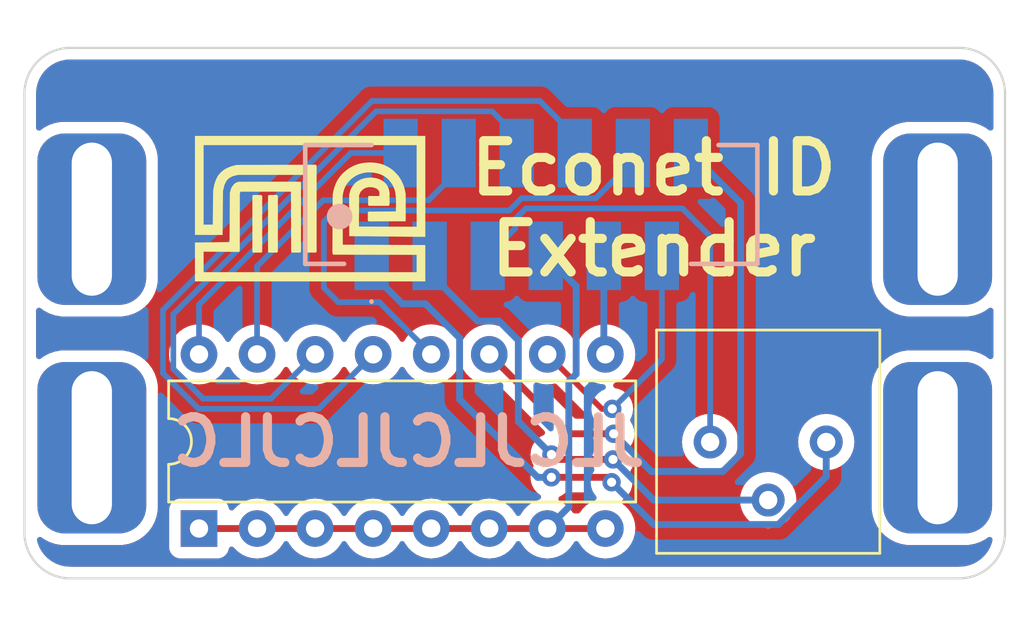
<source format=kicad_pcb>
(kicad_pcb (version 20211014) (generator pcbnew)
  (layers (0 "F.Cu" signal) (31 "B.Cu" signal) (34 "B.Paste" user) (35 "F.Paste" user) (36 "B.SilkS" user "B.Silkscreen") (37 "F.SilkS" user "F.Silkscreen") (38 "B.Mask" user) (39 "F.Mask" user) (44 "Edge.Cuts" user))
  (net 0 "")
  (net 1 "/E_AUD1")
  (net 2 "/E_AUD2")
  (net 3 "/E_AUD3")
  (net 4 "/E_GND")
  (net 5 "/E_SID_7")
  (net 6 "/E_SID_6")
  (net 7 "/E_SID_5")
  (net 8 "/E_SID_4")
  (net 9 "/E_SID_3")
  (net 10 "/E_SID_2")
  (net 11 "/E_SID_1")
  (net 12 "/E_SID_0")
  (footprint "" (layer "F.Cu") (at 166.567889 101.53)
    (fp_text reference "" (at 0 0) (layer "F.SilkS") (effects (font (size 1.27 1.27))))
    (fp_text value "" (at 0 0) (layer "F.SilkS") (effects (font (size 1.27 1.27))))
    (pad "" thru_hole roundrect (at 0.2 0) (size 4.762 7.5) (drill oval 1.762 6.7) (layers F&B.Cu *.Mask))
  )
  (footprint "" (layer "F.Cu") (at 129.757889 101.49)
    (fp_text reference "" (at 0 0) (layer "F.SilkS") (effects (font (size 1.27 1.27))))
    (fp_text value "" (at 0 0) (layer "F.SilkS") (effects (font (size 1.27 1.27))))
    (pad "" thru_hole roundrect (at 0 0.04) (size 4.762 7.5) (drill oval 1.762 6.7) (layers *.Cu *.Mask))
  )
  (footprint "Potentiometer_THT:Potentiometer_Bourns_3386P_Vertical" (layer "F.Cu") (at 156.812496 101.280782 -90)
    (fp_text reference "RV1" hide)
    (fp_text value "R_Potentiometer_Small")
    (fp_line (start 4.87 -7.425) (end 4.87 2.345) (layer "F.SilkS") (width 0.12))
    (fp_line (start -4.9 2.345) (end 4.87 2.345) (layer "F.SilkS") (width 0.12))
    (fp_line (start -4.9 -7.425) (end 4.87 -7.425) (layer "F.SilkS") (width 0.12))
    (fp_line (start -4.9 -7.425) (end -4.9 2.345) (layer "F.SilkS") (width 0.12))
    (pad "1" thru_hole circle (at 0 0 270) (size 1.44 1.44) (drill 0.8) (layers F&B.Cu *.Mask) (net 1 "/E_AUD1"))
    (pad "2" thru_hole circle (at 2.54 -2.54 270) (size 1.44 1.44) (drill 0.8) (layers F&B.Cu *.Mask) (net 2 "/E_AUD2"))
    (pad "3" thru_hole circle (at 0 -5.08 270) (size 1.44 1.44) (drill 0.8) (layers F&B.Cu *.Mask) (net 3 "/E_AUD3"))
  )
  (footprint "Package_DIP:DIP-16_W7.62mm" (layer "F.Cu") (at 134.447496 105.065782 90)
    (fp_text reference "SW1" hide)
    (fp_text value "SW_DIP_x08")
    (fp_line (start 6.46 -1.33) (end 4.81 -1.33) (layer "F.SilkS") (width 0.12))
    (fp_line (start 6.46 19.11) (end 6.46 -1.33) (layer "F.SilkS") (width 0.12))
    (fp_line (start 2.81 -1.33) (end 1.16 -1.33) (layer "F.SilkS") (width 0.12))
    (fp_line (start 1.16 19.11) (end 6.46 19.11) (layer "F.SilkS") (width 0.12))
    (fp_line (start 1.16 -1.33) (end 1.16 19.11) (layer "F.SilkS") (width 0.12))
    (fp_arc (start 4.81 -1.33) (mid 3.81 -0.33) (end 2.81 -1.33) (layer "F.SilkS") (width 0.12))
    (pad "1" thru_hole rect (at 0 0 90) (size 1.6 1.6) (drill 0.8) (layers F&B.Cu *.Mask) (net 4 "/E_GND"))
    (pad "2" thru_hole oval (at 0 2.54 90) (size 1.6 1.6) (drill 0.8) (layers F&B.Cu *.Mask) (net 4 "/E_GND"))
    (pad "3" thru_hole oval (at 0 5.08 90) (size 1.6 1.6) (drill 0.8) (layers F&B.Cu *.Mask) (net 4 "/E_GND"))
    (pad "4" thru_hole oval (at 0 7.62 90) (size 1.6 1.6) (drill 0.8) (layers F&B.Cu *.Mask) (net 4 "/E_GND"))
    (pad "5" thru_hole oval (at 0 10.16 90) (size 1.6 1.6) (drill 0.8) (layers F&B.Cu *.Mask) (net 4 "/E_GND"))
    (pad "6" thru_hole oval (at 0 12.7 90) (size 1.6 1.6) (drill 0.8) (layers F&B.Cu *.Mask) (net 4 "/E_GND"))
    (pad "7" thru_hole oval (at 0 15.24 90) (size 1.6 1.6) (drill 0.8) (layers F&B.Cu *.Mask) (net 4 "/E_GND"))
    (pad "8" thru_hole oval (at 0 17.78 90) (size 1.6 1.6) (drill 0.8) (layers F&B.Cu *.Mask) (net 4 "/E_GND"))
    (pad "9" thru_hole oval (at 7.62 17.78 90) (size 1.6 1.6) (drill 0.8) (layers F&B.Cu *.Mask) (net 5 "/E_SID_7"))
    (pad "10" thru_hole oval (at 7.62 15.24 90) (size 1.6 1.6) (drill 0.8) (layers F&B.Cu *.Mask) (net 6 "/E_SID_6"))
    (pad "11" thru_hole oval (at 7.62 12.7 90) (size 1.6 1.6) (drill 0.8) (layers F&B.Cu *.Mask) (net 7 "/E_SID_5"))
    (pad "12" thru_hole oval (at 7.62 10.16 90) (size 1.6 1.6) (drill 0.8) (layers F&B.Cu *.Mask) (net 8 "/E_SID_4"))
    (pad "13" thru_hole oval (at 7.62 7.62 90) (size 1.6 1.6) (drill 0.8) (layers F&B.Cu *.Mask) (net 9 "/E_SID_3"))
    (pad "14" thru_hole oval (at 7.62 5.08 90) (size 1.6 1.6) (drill 0.8) (layers F&B.Cu *.Mask) (net 10 "/E_SID_2"))
    (pad "15" thru_hole oval (at 7.62 2.54 90) (size 1.6 1.6) (drill 0.8) (layers F&B.Cu *.Mask) (net 11 "/E_SID_1"))
    (pad "16" thru_hole oval (at 7.62 0 90) (size 1.6 1.6) (drill 0.8) (layers F&B.Cu *.Mask) (net 12 "/E_SID_0"))
  )
  (footprint "" (layer "F.Cu") (at 129.757889 91.58)
    (fp_text reference "" (at 0 0) (layer "F.SilkS") (effects (font (size 1.27 1.27))))
    (fp_text value "" (at 0 0) (layer "F.SilkS") (effects (font (size 1.27 1.27))))
    (pad "" thru_hole roundrect (at 0 -0.05) (size 4.762 7.5) (drill oval 1.762 6.7) (layers *.Cu *.Mask))
  )
  (footprint "" (layer "F.Cu") (at 166.567889 91.53)
    (fp_text reference "" (at 0 0) (layer "F.SilkS") (effects (font (size 1.27 1.27))))
    (fp_text value "" (at 0 0) (layer "F.SilkS") (effects (font (size 1.27 1.27))))
    (pad "" thru_hole roundrect (at 0.2 0) (size 4.762 7.5) (drill oval 1.762 6.7) (layers F&B.Cu *.Mask))
  )
  (footprint "AliExpress_Stuff:MicroMatch-12p-SMD" (layer "B.Cu") (at 148.979996 90.885782)
    (fp_text reference "J1" hide)
    (fp_text value "Conn_02x06_Odd_Even" hide)
    (fp_line (start -8.185 2.6) (end -9.885 2.6) (layer "B.SilkS") (width 0.2))
    (fp_line (start 9.9 -2.6) (end 8.2 -2.6) (layer "B.SilkS") (width 0.2))
    (fp_line (start -6.98 4.2) (end -6.98 4.2) (layer "B.SilkS") (width 0.1))
    (fp_line (start -9.885 2.6) (end -9.885 -2.6) (layer "B.SilkS") (width 0.2))
    (fp_line (start 6.995 2.6) (end 9.9 2.6) (layer "B.SilkS") (width 0.2))
    (fp_line (start 9.9 2.6) (end 9.9 -2.6) (layer "B.SilkS") (width 0.2))
    (fp_line (start -6.985 4.3) (end -6.985 4.3) (layer "B.SilkS") (width 0.1))
    (fp_line (start -9.885 -2.6) (end -6.985 -2.6) (layer "B.SilkS") (width 0.2))
    (fp_arc (start -6.985 4.3) (mid -7.0325 4.2475) (end -6.98 4.2) (layer "B.SilkS") (width 0.1))
    (fp_arc (start -6.98 4.2) (mid -6.9325 4.2525) (end -6.985 4.3) (layer "B.SilkS") (width 0.1))
    (fp_circle (center -8.38 0.53) (end -7.88 0.53) (layer "B.SilkS") (width 0.12) (fill solid))
    (pad "1" smd rect (at -6.98 2.25) (size 1.5 3) (layers "B.Cu" "B.Paste" "B.Mask") (net 3 "/E_AUD3"))
    (pad "2" smd rect (at -5.71 -2.25) (size 1.5 3) (layers "B.Cu" "B.Paste" "B.Mask") (net 12 "/E_SID_0"))
    (pad "3" smd rect (at -4.44 2.25) (size 1.5 3) (layers "B.Cu" "B.Paste" "B.Mask") (net 2 "/E_AUD2"))
    (pad "4" smd rect (at -3.17 -2.25) (size 1.5 3) (layers "B.Cu" "B.Paste" "B.Mask") (net 11 "/E_SID_1"))
    (pad "5" smd rect (at -1.9 2.25) (size 1.5 3) (layers "B.Cu" "B.Paste" "B.Mask") (net 1 "/E_AUD1"))
    (pad "6" smd rect (at -0.63 -2.25) (size 1.5 3) (layers "B.Cu" "B.Paste" "B.Mask") (net 10 "/E_SID_2"))
    (pad "7" smd rect (at 0.64 2.25) (size 1.5 3) (layers "B.Cu" "B.Paste" "B.Mask") (net 4 "/E_GND"))
    (pad "8" smd rect (at 1.91 -2.25) (size 1.5 3) (layers "B.Cu" "B.Paste" "B.Mask") (net 9 "/E_SID_3"))
    (pad "9" smd rect (at 3.18 2.25) (size 1.5 3) (layers "B.Cu" "B.Paste" "B.Mask") (net 5 "/E_SID_7"))
    (pad "10" smd rect (at 4.45 -2.25) (size 1.5 3) (layers "B.Cu" "B.Paste" "B.Mask") (net 8 "/E_SID_4"))
    (pad "11" smd rect (at 5.72 2.25) (size 1.5 3) (layers "B.Cu" "B.Paste" "B.Mask") (net 6 "/E_SID_6"))
    (pad "12" smd rect (at 6.99 -2.25) (size 1.5 3) (layers "B.Cu" "B.Paste" "B.Mask") (net 7 "/E_SID_5"))
  )
  (gr_poly (pts (xy 137.869655 90.48433) (xy 137.898413 90.499702) (xy 137.898413 92.956824) (xy 137.88058 92.974621) (xy 137.86271 92.992418) (xy 137.502675 92.992418) (xy 137.484842 92.974621) (xy 137.466972 92.956824) (xy 137.466972 90.500102) (xy 137.493017 90.485015) (xy 137.519062 90.469825) (xy 137.679962 90.469389) (xy 137.840898 90.468955)) (layer "F.SilkS") (width 0) (fill solid))
  (gr_poly (pts (xy 142.004132 89.05) (xy 142.05934 89.052826) (xy 142.114492 89.057278) (xy 142.169486 89.063395) (xy 142.224218 89.071216) (xy 142.278586 89.080778) (xy 142.332488 89.092121) (xy 142.361397 89.098279) (xy 142.390007 89.105356) (xy 142.41833 89.113298) (xy 142.44638 89.122048) (xy 142.474167 89.131552) (xy 142.501705 89.141754) (xy 142.529005 89.152599) (xy 142.556079 89.164033) (xy 142.609601 89.188444) (xy 142.662368 89.214546) (xy 142.714478 89.241898) (xy 142.766028 89.270058) (xy 142.786702 89.282627) (xy 142.807091 89.295541) (xy 142.827194 89.3088) (xy 142.847009 89.322408) (xy 142.866535 89.336365) (xy 142.885769 89.350674) (xy 142.904711 89.365337) (xy 142.923358 89.380355) (xy 142.94171 89.395731) (xy 142.959764 89.411467) (xy 142.977518 89.427564) (xy 142.994972 89.444025) (xy 143.012123 89.460851) (xy 143.028971 89.478044) (xy 143.045512 89.495607) (xy 143.061746 89.513541) (xy 143.089463 89.540431) (xy 143.116021 89.568338) (xy 143.141463 89.597196) (xy 143.165831 89.626942) (xy 143.189167 89.65751) (xy 143.211515 89.688835) (xy 143.232917 89.720854) (xy 143.253415 89.7535) (xy 143.273053 89.786711) (xy 143.291872 89.820419) (xy 143.309915 89.854562) (xy 143.327225 89.889074) (xy 143.359816 89.958947) (xy 143.389985 90.02952) (xy 143.407866 90.080836) (xy 143.424418 90.132709) (xy 143.43957 90.185066) (xy 143.453255 90.237832) (xy 143.465402 90.290934) (xy 143.475942 90.344298) (xy 143.484805 90.397851) (xy 143.491923 90.451519) (xy 143.491923 91.621734) (xy 141.873592 91.629401) (xy 141.867276 91.626027) (xy 141.861585 91.622361) (xy 141.85649 91.618417) (xy 141.851959 91.614208) (xy 141.847963 91.609748) (xy 141.844473 91.605051) (xy 141.841458 91.600132) (xy 141.838888 91.595005) (xy 141.836734 91.589682) (xy 141.834965 91.584179) (xy 141.833552 91.57851) (xy 141.832465 91.572688) (xy 141.831148 91.560642) (xy 141.830774 91.548154) (xy 141.831105 91.535336) (xy 141.831901 91.522301) (xy 141.833931 91.496023) (xy 141.834687 91.483006) (xy 141.83495 91.470219) (xy 141.834481 91.457775) (xy 141.833042 91.445785) (xy 141.833818 91.432118) (xy 141.834168 91.418251) (xy 141.833926 91.390074) (xy 141.832022 91.333056) (xy 141.831703 91.304842) (xy 141.831994 91.290947) (xy 141.832699 91.277246) (xy 141.833901 91.263777) (xy 141.835683 91.250581) (xy 141.83813 91.237696) (xy 141.841325 91.225162) (xy 141.846604 91.220438) (xy 141.852068 91.216224) (xy 141.85771 91.212494) (xy 141.863518 91.20922) (xy 141.869483 91.206378) (xy 141.875597 91.203942) (xy 141.881849 91.201884) (xy 141.888231 91.200181) (xy 141.901343 91.19773) (xy 141.914857 91.196382) (xy 141.928699 91.195929) (xy 141.942791 91.196163) (xy 142.000156 91.199817) (xy 142.014366 91.200372) (xy 142.028373 91.200367) (xy 142.042101 91.199597) (xy 142.055473 91.197852) (xy 143.060444 91.191268) (xy 143.067476 90.812913) (xy 143.066876 90.718415) (xy 143.063593 90.624021) (xy 143.05676 90.529763) (xy 143.051739 90.482695) (xy 143.045505 90.435675) (xy 143.043808 90.414094) (xy 143.041202 90.392657) (xy 143.037763 90.371355) (xy 143.033566 90.350183) (xy 143.028686 90.329133) (xy 143.023199 90.3082) (xy 143.01718 90.287376) (xy 143.010705 90.266655) (xy 142.996684 90.225494) (xy 142.98174 90.184664) (xy 142.95149 90.103784) (xy 142.936449 90.074364) (xy 142.920664 90.045357) (xy 142.904133 90.016793) (xy 142.886856 89.988702) (xy 142.86883 89.961113) (xy 142.850053 89.934056) (xy 142.830525 89.907561) (xy 142.810243 89.881658) (xy 142.789207 89.856377) (xy 142.767414 89.831748) (xy 142.744863 89.8078) (xy 142.721552 89.784564) (xy 142.697481 89.762069) (xy 142.672646 89.740345) (xy 142.647047 89.719422) (xy 142.620683 89.699329) (xy 142.605252 89.688036) (xy 142.589516 89.677068) (xy 142.573494 89.666419) (xy 142.557209 89.656085) (xy 142.523927 89.636348) (xy 142.489837 89.617823) (xy 142.455103 89.600476) (xy 142.419891 89.584275) (xy 142.384367 89.569186) (xy 142.348695 89.555176) (xy 142.257299 89.530668) (xy 142.21069 89.519855) (xy 142.163545 89.510172) (xy 142.115918 89.501744) (xy 142.067862 89.494698) (xy 142.019432 89.489161) (xy 141.970681 89.485259) (xy 141.921662 89.483118) (xy 141.87243 89.482866) (xy 141.823038 89.484628) (xy 141.77354 89.488531) (xy 141.723989 89.494701) (xy 141.674439 89.503266) (xy 141.624945 89.514351) (xy 141.575559 89.528082) (xy 141.541362 89.536648) (xy 141.507625 89.54658) (xy 141.474353 89.557815) (xy 141.441554 89.570295) (xy 141.409235 89.583958) (xy 141.377404 89.598743) (xy 141.346068 89.61459) (xy 141.315234 89.631438) (xy 141.284909 89.649226) (xy 141.255101 89.667893) (xy 141.225816 89.68738) (xy 141.197063 89.707625) (xy 141.168848 89.728567) (xy 141.141179 89.750145) (xy 141.114062 89.7723) (xy 141.087505 89.79497) (xy 141.054263 89.829148) (xy 141.021743 89.863869) (xy 140.990197 89.899322) (xy 140.974867 89.917383) (xy 140.959874 89.935698) (xy 140.945251 89.95429) (xy 140.931028 89.973184) (xy 140.917236 89.992403) (xy 140.903908 90.01197) (xy 140.891073 90.03191) (xy 140.878765 90.052246) (xy 140.867013 90.073) (xy 140.85585 90.094198) (xy 140.84253 90.121351) (xy 140.830038 90.148892) (xy 140.818351 90.176792) (xy 140.807451 90.205025) (xy 140.797315 90.233561) (xy 140.787924 90.262374) (xy 140.779257 90.291435) (xy 140.771292 90.320717) (xy 140.76401 90.350191) (xy 140.757389 90.37983) (xy 140.74605 90.439492) (xy 140.737109 90.49948) (xy 140.730401 90.55957) (xy 140.737888 92.272784) (xy 140.739408 92.621714) (xy 140.739517 92.645986) (xy 144.34974 92.661431) (xy 144.34974 94.253138) (xy 134.269741 94.253138) (xy 134.269741 92.550524) (xy 135.783023 92.532291) (xy 135.784904 92.230207) (xy 135.789788 91.452403) (xy 135.796552 90.372481) (xy 135.822271 90.283855) (xy 135.847954 90.195195) (xy 135.870816 90.150232) (xy 135.893642 90.105266) (xy 135.945406 90.04153) (xy 135.95522 90.029171) (xy 135.964866 90.016809) (xy 135.974589 90.004656) (xy 135.979556 89.998723) (xy 135.984634 89.992922) (xy 135.989854 89.987278) (xy 135.995247 89.981818) (xy 136.000843 89.976567) (xy 136.006673 89.971553) (xy 136.012768 89.966802) (xy 136.019158 89.96234) (xy 136.025873 89.958194) (xy 136.029363 89.956247) (xy 136.032946 89.954389) (xy 136.068758 89.930982) (xy 136.124393 89.911196) (xy 136.180063 89.891372) (xy 137.536063 89.890723) (xy 138.892063 89.890071) (xy 138.901107 89.913546) (xy 138.910114 89.937023) (xy 138.910114 92.956824) (xy 138.89228 92.974657) (xy 138.874411 92.992454) (xy 138.695135 92.992202) (xy 138.515859 92.991984) (xy 138.497338 92.980263) (xy 138.478817 92.968544) (xy 138.477732 92.596825) (xy 138.476756 92.253357) (xy 138.475019 91.648246) (xy 138.471221 90.327951) (xy 136.269304 90.327951) (xy 136.2634 90.335259) (xy 136.258287 90.342158) (xy 136.253899 90.348711) (xy 136.250173 90.354983) (xy 136.247045 90.36104) (xy 136.244451 90.366945) (xy 136.242327 90.372763) (xy 136.24061 90.378559) (xy 136.239234 90.384397) (xy 136.238137 90.390342) (xy 136.237254 90.396459) (xy 136.236522 90.402812) (xy 136.233817 90.431879) (xy 136.232949 91.679502) (xy 136.232587 92.234041) (xy 136.23237 92.572119) (xy 136.232117 92.927126) (xy 136.214284 92.94496) (xy 136.19645 92.962757) (xy 134.649273 92.952374) (xy 134.649273 93.849224) (xy 143.970172 93.849224) (xy 143.970172 93.091896) (xy 140.314767 93.083757) (xy 140.309698 93.073255) (xy 140.305152 93.062658) (xy 140.297526 93.041199) (xy 140.291686 93.019417) (xy 140.287426 92.997349) (xy 140.284542 92.975033) (xy 140.282829 92.952505) (xy 140.282083 92.929803) (xy 140.282099 92.906963) (xy 140.283598 92.861017) (xy 140.285691 92.814965) (xy 140.286739 92.769101) (xy 140.286359 92.746333) (xy 140.285105 92.723723) (xy 140.285611 92.616719) (xy 140.287239 92.268913) (xy 140.291345 91.353582) (xy 140.298525 90.43857) (xy 140.313569 90.35748) (xy 140.331554 90.277002) (xy 140.341697 90.23705) (xy 140.35263 90.19732) (xy 140.364375 90.157835) (xy 140.376948 90.118618) (xy 140.390369 90.079693) (xy 140.404657 90.041083) (xy 140.41983 90.002811) (xy 140.435908 89.964899) (xy 140.452908 89.927372) (xy 140.47085 89.890252) (xy 140.489752 89.853562) (xy 140.509634 89.817326) (xy 140.534195 89.78068) (xy 140.559317 89.74414) (xy 140.585049 89.707859) (xy 140.611445 89.67199) (xy 140.638554 89.636684) (xy 140.66643 89.602095) (xy 140.695123 89.568376) (xy 140.724685 89.535679) (xy 140.812483 89.459108) (xy 140.856622 89.421151) (xy 140.901451 89.38415) (xy 140.924248 89.366179) (xy 140.947367 89.348654) (xy 140.970857 89.331642) (xy 140.994767 89.315214) (xy 141.019148 89.299438) (xy 141.044049 89.284382) (xy 141.069519 89.270116) (xy 141.095608 89.256709) (xy 141.117537 89.243933) (xy 141.139755 89.231597) (xy 141.184992 89.208228) (xy 141.23118 89.186571) (xy 141.278182 89.166591) (xy 141.325859 89.148255) (xy 141.374073 89.131532) (xy 141.422686 89.116388) (xy 141.47156 89.10279) (xy 141.521681 89.091447) (xy 141.572773 89.081351) (xy 141.624733 89.07254) (xy 141.677458 89.065051) (xy 141.730846 89.058922) (xy 141.784793 89.054191) (xy 141.839199 89.050896) (xy 141.893959 89.049073) (xy 141.94897 89.048762)) (layer "F.SilkS") (width 0) (fill solid))
  (gr_poly (pts (xy 137.190679 90.492287) (xy 137.214047 90.515619) (xy 137.214047 92.956824) (xy 137.196213 92.974621) (xy 137.178344 92.992418) (xy 136.829667 92.992418) (xy 136.806118 92.983446) (xy 136.782606 92.974405) (xy 136.782606 90.500102) (xy 136.808614 90.485015) (xy 136.808614 90.484979) (xy 136.834659 90.469825) (xy 137.000985 90.469389) (xy 137.16731 90.468955)) (layer "F.SilkS") (width 0) (fill solid))
  (gr_poly (pts (xy 144.34974 92.303819) (xy 143.723878 92.299807) (xy 143.006546 92.292279) (xy 141.940081 92.280591) (xy 141.022213 92.274918) (xy 141.018004 91.371795) (xy 141.016283 90.920283) (xy 141.01722 90.469101) (xy 141.040061 90.377735) (xy 141.051953 90.332235) (xy 141.065087 90.287225) (xy 141.072338 90.264988) (xy 141.08016 90.242978) (xy 141.088641 90.221226) (xy 141.097867 90.199769) (xy 141.107927 90.17864) (xy 141.118906 90.157874) (xy 141.130892 90.137505) (xy 141.143972 90.117567) (xy 141.197323 90.04757) (xy 141.224461 90.012752) (xy 141.238401 89.995696) (xy 141.252686 89.978993) (xy 141.267389 89.962732) (xy 141.282583 89.947) (xy 141.29834 89.931885) (xy 141.314735 89.917476) (xy 141.33184 89.90386) (xy 141.349727 89.891126) (xy 141.368471 89.879362) (xy 141.378187 89.873871) (xy 141.388144 89.868655) (xy 141.414786 89.850178) (xy 141.443297 89.832688) (xy 141.505448 89.800805) (xy 141.573655 89.773278) (xy 141.646974 89.750381) (xy 141.724461 89.732386) (xy 141.805171 89.719566) (xy 141.888162 89.712195) (xy 141.97249 89.710546) (xy 142.05721 89.71489) (xy 142.14138 89.725503) (xy 142.224055 89.742656) (xy 142.264537 89.75377) (xy 142.304291 89.766622) (xy 142.3432 89.781246) (xy 142.381146 89.797675) (xy 142.41801 89.815945) (xy 142.453674 89.836088) (xy 142.488021 89.858139) (xy 142.520933 89.882133) (xy 142.552292 89.908103) (xy 142.581979 89.936083) (xy 142.597171 89.94804) (xy 142.611339 89.960883) (xy 142.62456 89.974533) (xy 142.63691 89.988912) (xy 142.648467 90.003945) (xy 142.659306 90.019552) (xy 142.669504 90.035657) (xy 142.679138 90.052183) (xy 142.688284 90.06905) (xy 142.697019 90.086183) (xy 142.713562 90.120933) (xy 142.745084 90.190203) (xy 142.751316 90.209386) (xy 142.757051 90.228634) (xy 142.762289 90.247945) (xy 142.76703 90.267319) (xy 142.771274 90.286758) (xy 142.775022 90.30626) (xy 142.778273 90.325825) (xy 142.781028 90.345454) (xy 142.783286 90.365147) (xy 142.785048 90.384903) (xy 142.786313 90.404722) (xy 142.787083 90.424604) (xy 142.787356 90.44455) (xy 142.787133 90.464559) (xy 142.786415 90.484632) (xy 142.7852 90.504767) (xy 142.784493 90.553952) (xy 142.784651 90.603353) (xy 142.785877 90.702385) (xy 142.786102 90.751804) (xy 142.785508 90.801018) (xy 142.783671 90.84992) (xy 142.780173 90.898406) (xy 142.778588 90.905314) (xy 142.776616 90.911579) (xy 142.774276 90.91723) (xy 142.771585 90.922297) (xy 142.76856 90.926809) (xy 142.76522 90.930795) (xy 142.761582 90.934285) (xy 142.757663 90.937309) (xy 142.753482 90.939895) (xy 142.749056 90.942073) (xy 142.744403 90.943873) (xy 142.73954 90.945324) (xy 142.734485 90.946456) (xy 142.729256 90.947297) (xy 142.718345 90.948227) (xy 142.70695 90.94835) (xy 142.695212 90.9479) (xy 142.671271 90.946227) (xy 142.659352 90.945474) (xy 142.647655 90.945091) (xy 142.636321 90.945313) (xy 142.625494 90.946375) (xy 141.883613 90.946375) (xy 141.877786 90.942184) (xy 141.872555 90.937747) (xy 141.86789 90.933077) (xy 141.863761 90.928184) (xy 141.860141 90.923081) (xy 141.856998 90.91778) (xy 141.854305 90.912294) (xy 141.852033 90.906634) (xy 141.850152 90.900812) (xy 141.848633 90.89484) (xy 141.847447 90.88873) (xy 141.846565 90.882495) (xy 141.845596 90.869696) (xy 141.845493 90.856539) (xy 141.846024 90.84312) (xy 141.846955 90.829536) (xy 141.849087 90.802256) (xy 141.849822 90.788754) (xy 141.850026 90.775471) (xy 141.849466 90.762505) (xy 141.847909 90.749951) (xy 141.848875 90.735291) (xy 141.849249 90.720521) (xy 141.849162 90.705666) (xy 141.848747 90.69075) (xy 141.846426 90.630966) (xy 141.846339 90.616111) (xy 141.846713 90.601341) (xy 141.847679 90.586681) (xy 141.849369 90.572154) (xy 141.851914 90.557785) (xy 141.855445 90.543599) (xy 141.860095 90.52962) (xy 141.862881 90.522715) (xy 141.865995 90.515871) (xy 142.338893 90.515871) (xy 142.337776 90.499976) (xy 142.337471 90.483833) (xy 142.337763 90.467507) (xy 142.338435 90.451065) (xy 142.340053 90.418098) (xy 142.340566 90.401706) (xy 142.340593 90.385463) (xy 142.339919 90.369435) (xy 142.338326 90.353689) (xy 142.335598 90.338291) (xy 142.333741 90.330744) (xy 142.331519 90.323308) (xy 142.328905 90.315992) (xy 142.325873 90.308805) (xy 142.322394 90.301755) (xy 142.318442 90.294849) (xy 142.313991 90.288097) (xy 142.309012 90.281507) (xy 142.303479 90.275086) (xy 142.297364 90.268844) (xy 142.29015 90.257585) (xy 142.281613 90.246725) (xy 142.271826 90.236274) (xy 142.260862 90.226242) (xy 142.248791 90.21664) (xy 142.235686 90.207477) (xy 142.20666 90.190509) (xy 142.17436 90.175419) (xy 142.139361 90.162287) (xy 142.102238 90.151194) (xy 142.063566 90.142219) (xy 142.023921 90.135444) (xy 141.983877 90.130948) (xy 141.94401 90.128812) (xy 141.904895 90.129116) (xy 141.867108 90.131941) (xy 141.831222 90.137367) (xy 141.797814 90.145475) (xy 141.782219 90.150559) (xy 141.76746 90.156344) (xy 141.757857 90.158663) (xy 141.748421 90.161303) (xy 141.739147 90.164254) (xy 141.730032 90.167503) (xy 141.721069 90.171037) (xy 141.712255 90.174847) (xy 141.695055 90.183243) (xy 141.678394 90.192596) (xy 141.662236 90.202813) (xy 141.646544 90.213799) (xy 141.631281 90.225462) (xy 141.61641 90.237706) (xy 141.601895 90.250438) (xy 141.587698 90.263564) (xy 141.573784 90.276991) (xy 141.546655 90.304369) (xy 141.520213 90.331822) (xy 141.506685 90.361131) (xy 141.492758 90.390354) (xy 141.479364 90.419696) (xy 141.473158 90.434474) (xy 141.467435 90.449357) (xy 141.462311 90.464372) (xy 141.457902 90.479543) (xy 141.454326 90.494895) (xy 141.451698 90.510455) (xy 141.450135 90.526246) (xy 141.449754 90.542296) (xy 141.450043 90.550425) (xy 141.450671 90.558628) (xy 141.451652 90.566908) (xy 141.453002 90.575269) (xy 141.444575 91.852013) (xy 143.970172 91.85943) (xy 143.970172 88.290152) (xy 134.649273 88.290152) (xy 134.649273 91.768958) (xy 135.049352 91.767837) (xy 135.057817 91.018214) (xy 135.066317 90.26859) (xy 135.090807 90.142417) (xy 135.115296 90.016243) (xy 135.14684 89.919769) (xy 135.178311 89.823258) (xy 135.223202 89.731667) (xy 135.23511 89.707472) (xy 135.247156 89.683705) (xy 135.259616 89.660428) (xy 135.266087 89.648992) (xy 135.272766 89.637702) (xy 135.279686 89.626565) (xy 135.286883 89.615589) (xy 135.29439 89.604782) (xy 135.302243 89.594152) (xy 135.310476 89.583705) (xy 135.319123 89.573451) (xy 135.32822 89.563396) (xy 135.3378 89.553548) (xy 135.355764 89.532142) (xy 135.374967 89.510806) (xy 135.395336 89.489627) (xy 135.4168 89.468691) (xy 135.439284 89.448084) (xy 135.462717 89.427893) (xy 135.487026 89.408204) (xy 135.512138 89.389102) (xy 135.537981 89.370674) (xy 135.564482 89.353006) (xy 135.591569 89.336184) (xy 135.619169 89.320294) (xy 135.64721 89.305422) (xy 135.675618 89.291655) (xy 135.704322 89.279078) (xy 135.733248 89.267779) (xy 135.845784 89.221041) (xy 135.960852 89.188775) (xy 136.07592 89.156509) (xy 137.814491 89.151733) (xy 139.553097 89.146959) (xy 139.573789 89.16407) (xy 139.594481 89.181214) (xy 139.594481 92.956824) (xy 139.576647 92.974657) (xy 139.558814 92.992454) (xy 139.198743 92.992454) (xy 139.180908 92.974657) (xy 139.163039 92.956824) (xy 139.163039 89.593195) (xy 136.147616 89.593195) (xy 136.032548 89.622567) (xy 135.91748 89.65194) (xy 135.842854 89.692455) (xy 135.768228 89.732968) (xy 135.710206 89.790845) (xy 135.652184 89.848761) (xy 135.607401 89.939954) (xy 135.562618 90.031075) (xy 135.530496 90.164701) (xy 135.49841 90.298288) (xy 135.489584 91.247374) (xy 135.481119 92.221237) (xy 134.875431 92.220728) (xy 134.269741 92.217184) (xy 134.269741 87.88624) (xy 144.34974 87.88624)) (layer "F.SilkS") (width 0) (fill solid))
  (gr_arc (start 169.715782 105.245782) (mid 169.130001 106.660001) (end 167.715782 107.245782) (layer "Edge.Cuts") (width 0.1))
  (gr_line (start 126.809996 86.035782) (end 126.809996 105.245782) (layer "Edge.Cuts") (width 0.1))
  (gr_arc (start 126.809996 86.035782) (mid 127.395782 84.621568) (end 128.809996 84.035782) (layer "Edge.Cuts") (width 0.1))
  (gr_line (start 169.715782 105.245782) (end 169.715782 86.035782) (layer "Edge.Cuts") (width 0.1))
  (gr_arc (start 167.715782 84.035782) (mid 169.130014 84.621561) (end 169.715782 86.035782) (layer "Edge.Cuts") (width 0.1))
  (gr_arc (start 128.809996 107.245782) (mid 127.395782 106.659996) (end 126.809996 105.245782) (layer "Edge.Cuts") (width 0.1))
  (gr_line (start 128.809996 107.245782) (end 167.715782 107.245782) (layer "Edge.Cuts") (width 0.1))
  (gr_line (start 128.809996 84.035782) (end 167.715782 84.035782) (layer "Edge.Cuts") (width 0.1))
  (gr_text "JLCJLCJLCJLC" (at 143.63 101.27) (layer "B.SilkS") (effects (font (size 2 2) (thickness 0.4)) (justify mirror)))
  (gr_text "Econet ID\nExtender" (at 154.344132 91.069689) (layer "F.SilkS") (effects (font (size 2.2 2.2) (thickness 0.4))))
  (segment (start 148.29 91.52) (end 148.75 91.06) (width 0.25) (layer "B.Cu") (net 1))
  (segment (start 155.6 91.06) (end 156.812496 92.272496) (width 0.25) (layer "B.Cu") (net 1))
  (segment (start 156.812496 92.272496) (end 156.812496 101.280782) (width 0.25) (layer "B.Cu") (net 1))
  (segment (start 148.75 91.06) (end 155.6 91.06) (width 0.25) (layer "B.Cu") (net 1))
  (segment (start 148.29 91.925778) (end 148.29 91.52) (width 0.25) (layer "B.Cu") (net 1))
  (segment (start 147.079996 93.135782) (end 148.29 91.925778) (width 0.25) (layer "B.Cu") (net 1))
  (segment (start 150.083616 102.042466) (end 149.867431 101.826281) (width 0.3) (layer "F.Cu") (net 2))
  (segment (start 152.562693 102.042466) (end 150.083616 102.042466) (width 0.3) (layer "F.Cu") (net 2))
  (via (at 149.867431 101.826281) (size 0.8) (drill 0.4) (layers "F.Cu" "B.Cu") (net 2))
  (via (at 152.562693 102.042466) (size 0.8) (drill 0.4) (layers "F.Cu" "B.Cu") (net 2))
  (segment (start 148.42 100.37885) (end 149.867431 101.826281) (width 0.3) (layer "B.Cu") (net 2))
  (segment (start 154.341009 103.820782) (end 152.562693 102.042466) (width 0.3) (layer "B.Cu") (net 2))
  (segment (start 144.539996 93.135782) (end 144.539996 93.885782) (width 0.3) (layer "B.Cu") (net 2))
  (segment (start 148.42 96.83) (end 148.42 100.37885) (width 0.3) (layer "B.Cu") (net 2))
  (segment (start 146.644214 95.99) (end 147.58 95.99) (width 0.3) (layer "B.Cu") (net 2))
  (segment (start 144.539996 93.885782) (end 146.644214 95.99) (width 0.3) (layer "B.Cu") (net 2))
  (segment (start 147.58 95.99) (end 148.42 96.83) (width 0.3) (layer "B.Cu") (net 2))
  (segment (start 159.352496 103.820782) (end 154.341009 103.820782) (width 0.3) (layer "B.Cu") (net 2))
  (segment (start 152.5 103.04) (end 152.285782 102.825782) (width 0.3) (layer "F.Cu") (net 3))
  (segment (start 152.285782 102.825782) (end 149.865782 102.825782) (width 0.3) (layer "F.Cu") (net 3))
  (via (at 152.5 103.04) (size 0.8) (drill 0.4) (layers "F.Cu" "B.Cu") (net 3))
  (via (at 149.865782 102.825782) (size 0.8) (drill 0.4) (layers "F.Cu" "B.Cu") (net 3))
  (segment (start 141.999996 93.885782) (end 143.344214 95.23) (width 0.3) (layer "B.Cu") (net 3))
  (segment (start 161.892496 102.793991) (end 161.892496 101.280782) (width 0.3) (layer "B.Cu") (net 3))
  (segment (start 152.5 103.04) (end 154.350782 104.890782) (width 0.3) (layer "B.Cu") (net 3))
  (segment (start 154.350782 104.890782) (end 159.795705 104.890782) (width 0.3) (layer "B.Cu") (net 3))
  (segment (start 141.999996 93.135782) (end 141.999996 93.885782) (width 0.3) (layer "B.Cu") (net 3))
  (segment (start 143.344214 95.23) (end 144.35 95.23) (width 0.3) (layer "B.Cu") (net 3))
  (segment (start 149.265782 102.825782) (end 149.865782 102.825782) (width 0.3) (layer "B.Cu") (net 3))
  (segment (start 159.795705 104.890782) (end 161.892496 102.793991) (width 0.3) (layer "B.Cu") (net 3))
  (segment (start 145.85 96.73) (end 145.85 99.41) (width 0.3) (layer "B.Cu") (net 3))
  (segment (start 145.85 99.41) (end 149.265782 102.825782) (width 0.3) (layer "B.Cu") (net 3))
  (segment (start 144.35 95.23) (end 145.85 96.73) (width 0.3) (layer "B.Cu") (net 3))
  (segment (start 142.067496 105.065782) (end 144.607496 105.065782) (width 0.3) (layer "F.Cu") (net 4))
  (segment (start 134.447496 105.065782) (end 136.987496 105.065782) (width 0.3) (layer "F.Cu") (net 4))
  (segment (start 147.147496 105.065782) (end 149.687496 105.065782) (width 0.3) (layer "F.Cu") (net 4))
  (segment (start 136.987496 105.065782) (end 139.527496 105.065782) (width 0.3) (layer "F.Cu") (net 4))
  (segment (start 149.687496 105.065782) (end 152.227496 105.065782) (width 0.3) (layer "F.Cu") (net 4))
  (segment (start 139.527496 105.065782) (end 142.067496 105.065782) (width 0.3) (layer "F.Cu") (net 4))
  (segment (start 144.607496 105.065782) (end 147.147496 105.065782) (width 0.3) (layer "F.Cu") (net 4))
  (segment (start 150.627733 98.632267) (end 150.627733 104.125545) (width 0.3) (layer "B.Cu") (net 4))
  (segment (start 150.627733 104.125545) (end 149.687496 105.065782) (width 0.3) (layer "B.Cu") (net 4))
  (segment (start 150.95 98.31) (end 150.627733 98.632267) (width 0.3) (layer "B.Cu") (net 4))
  (segment (start 149.619996 93.135782) (end 150.95 94.465786) (width 0.3) (layer "B.Cu") (net 4))
  (segment (start 150.95 94.465786) (end 150.95 98.31) (width 0.3) (layer "B.Cu") (net 4))
  (segment (start 152.159996 93.135782) (end 152.159996 97.378282) (width 0.3) (layer "B.Cu") (net 5))
  (segment (start 152.159996 97.378282) (end 152.227496 97.445782) (width 0.3) (layer "B.Cu") (net 5))
  (segment (start 149.687496 97.445782) (end 152.071714 99.83) (width 0.25) (layer "F.Cu") (net 6))
  (segment (start 152.071714 99.83) (end 152.53 99.83) (width 0.25) (layer "F.Cu") (net 6))
  (via (at 152.53 99.83) (size 0.8) (drill 0.4) (layers "F.Cu" "B.Cu") (net 6))
  (segment (start 154.699996 93.135782) (end 154.699996 97.660004) (width 0.25) (layer "B.Cu") (net 6))
  (segment (start 154.699996 97.660004) (end 152.53 99.83) (width 0.25) (layer "B.Cu") (net 6))
  (segment (start 150.621714 100.92) (end 152.59 100.92) (width 0.3) (layer "F.Cu") (net 7))
  (segment (start 147.147496 97.445782) (end 150.621714 100.92) (width 0.3) (layer "F.Cu") (net 7))
  (via (at 152.59 100.92) (size 0.8) (drill 0.4) (layers "F.Cu" "B.Cu") (net 7))
  (segment (start 157.37 102.57) (end 154.24 102.57) (width 0.3) (layer "B.Cu") (net 7))
  (segment (start 158.15 101.79) (end 157.37 102.57) (width 0.3) (layer "B.Cu") (net 7))
  (segment (start 155.969996 88.635782) (end 158.15 90.815786) (width 0.3) (layer "B.Cu") (net 7))
  (segment (start 154.24 102.57) (end 152.59 100.92) (width 0.3) (layer "B.Cu") (net 7))
  (segment (start 158.15 90.815786) (end 158.15 101.79) (width 0.3) (layer "B.Cu") (net 7))
  (segment (start 148.02431 91.15) (end 148.563811 90.610499) (width 0.25) (layer "B.Cu") (net 8))
  (segment (start 144.619996 97.445782) (end 142.334214 95.16) (width 0.25) (layer "B.Cu") (net 8))
  (segment (start 142.334214 95.16) (end 140.54 95.16) (width 0.25) (layer "B.Cu") (net 8))
  (segment (start 153.429996 88.995782) (end 153.429996 88.635782) (width 0.25) (layer "B.Cu") (net 8))
  (segment (start 148.563811 90.610499) (end 150.631967 90.610499) (width 0.25) (layer "B.Cu") (net 8))
  (segment (start 139.91 91.64) (end 140.4 91.15) (width 0.25) (layer "B.Cu") (net 8))
  (segment (start 144.607496 97.445782) (end 144.619996 97.445782) (width 0.25) (layer "B.Cu") (net 8))
  (segment (start 140.54 95.16) (end 139.91 94.53) (width 0.25) (layer "B.Cu") (net 8))
  (segment (start 139.91 94.53) (end 139.91 91.64) (width 0.25) (layer "B.Cu") (net 8))
  (segment (start 140.4 91.15) (end 148.02431 91.15) (width 0.25) (layer "B.Cu") (net 8))
  (segment (start 150.632466 90.61) (end 151.815778 90.61) (width 0.25) (layer "B.Cu") (net 8))
  (segment (start 151.815778 90.61) (end 153.429996 88.995782) (width 0.25) (layer "B.Cu") (net 8))
  (segment (start 150.631967 90.610499) (end 150.632466 90.61) (width 0.25) (layer "B.Cu") (net 8))
  (segment (start 139.682779 99.830499) (end 142.067496 97.445782) (width 0.25) (layer "B.Cu") (net 9))
  (segment (start 150.889996 87.885782) (end 149.364996 86.360782) (width 0.25) (layer "B.Cu") (net 9))
  (segment (start 142.013528 86.360782) (end 132.872995 95.501315) (width 0.25) (layer "B.Cu") (net 9))
  (segment (start 132.872995 98.268685) (end 134.434809 99.830499) (width 0.25) (layer "B.Cu") (net 9))
  (segment (start 150.889996 88.635782) (end 150.889996 87.885782) (width 0.25) (layer "B.Cu") (net 9))
  (segment (start 149.364996 86.360782) (end 142.013528 86.360782) (width 0.25) (layer "B.Cu") (net 9))
  (segment (start 132.872995 95.501315) (end 132.872995 98.268685) (width 0.25) (layer "B.Cu") (net 9))
  (segment (start 134.434809 99.830499) (end 139.682779 99.830499) (width 0.25) (layer "B.Cu") (net 9))
  (segment (start 137.59228 99.380998) (end 139.527496 97.445782) (width 0.25) (layer "B.Cu") (net 10))
  (segment (start 148.349996 87.885782) (end 147.274996 86.810782) (width 0.25) (layer "B.Cu") (net 10))
  (segment (start 148.349996 88.635782) (end 148.349996 87.885782) (width 0.25) (layer "B.Cu") (net 10))
  (segment (start 134.620998 99.380998) (end 137.59228 99.380998) (width 0.25) (layer "B.Cu") (net 10))
  (segment (start 133.322496 95.687504) (end 133.322496 98.082496) (width 0.25) (layer "B.Cu") (net 10))
  (segment (start 142.199218 86.810782) (end 133.322496 95.687504) (width 0.25) (layer "B.Cu") (net 10))
  (segment (start 133.322496 98.082496) (end 134.620998 99.380998) (width 0.25) (layer "B.Cu") (net 10))
  (segment (start 147.274996 86.810782) (end 142.199218 86.810782) (width 0.25) (layer "B.Cu") (net 10))
  (segment (start 144.495279 90.700499) (end 139.879501 90.700499) (width 0.25) (layer "B.Cu") (net 11))
  (segment (start 136.987496 93.592504) (end 136.987496 97.445782) (width 0.25) (layer "B.Cu") (net 11))
  (segment (start 145.809996 89.385782) (end 144.495279 90.700499) (width 0.25) (layer "B.Cu") (net 11))
  (segment (start 145.809996 88.635782) (end 145.809996 89.385782) (width 0.25) (layer "B.Cu") (net 11))
  (segment (start 139.879501 90.700499) (end 136.987496 93.592504) (width 0.25) (layer "B.Cu") (net 11))
  (segment (start 134.447496 95.272504) (end 134.447496 97.445782) (width 0.25) (layer "B.Cu") (net 12))
  (segment (start 141.084218 88.635782) (end 134.447496 95.272504) (width 0.25) (layer "B.Cu") (net 12))
  (segment (start 143.269996 88.635782) (end 141.084218 88.635782) (width 0.25) (layer "B.Cu") (net 12))
  (zone (net 0) (net_name "") (layers F&B.Cu) (connect_pads (clearance 0.508)) (min_thickness 0.254) (fill yes (thermal_gap 0.508) (thermal_bridge_width 0.508))
    (polygon (pts (xy 170.57 108.69) (xy 125.74 108.69) (xy 126.23 81.94) (xy 170.24 81.94)))
  )
)
</source>
